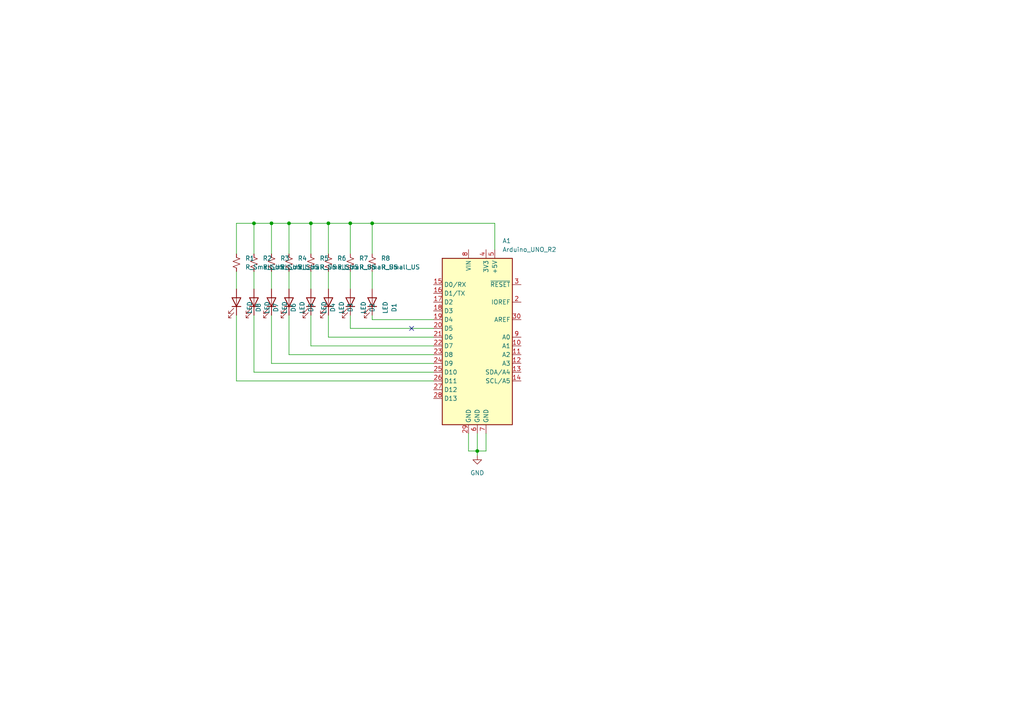
<source format=kicad_sch>
(kicad_sch (version 20230121) (generator eeschema)

  (uuid beaf1002-6c6f-4d49-9dcf-666389d9803f)

  (paper "A4")

  (title_block
    (title "ARDUINO UNO SHIELD")
    (rev "1")
  )

  (lib_symbols
    (symbol "Device:LED" (pin_numbers hide) (pin_names (offset 1.016) hide) (in_bom yes) (on_board yes)
      (property "Reference" "D" (at 0 2.54 0)
        (effects (font (size 1.27 1.27)))
      )
      (property "Value" "LED" (at 0 -2.54 0)
        (effects (font (size 1.27 1.27)))
      )
      (property "Footprint" "" (at 0 0 0)
        (effects (font (size 1.27 1.27)) hide)
      )
      (property "Datasheet" "~" (at 0 0 0)
        (effects (font (size 1.27 1.27)) hide)
      )
      (property "ki_keywords" "LED diode" (at 0 0 0)
        (effects (font (size 1.27 1.27)) hide)
      )
      (property "ki_description" "Light emitting diode" (at 0 0 0)
        (effects (font (size 1.27 1.27)) hide)
      )
      (property "ki_fp_filters" "LED* LED_SMD:* LED_THT:*" (at 0 0 0)
        (effects (font (size 1.27 1.27)) hide)
      )
      (symbol "LED_0_1"
        (polyline
          (pts
            (xy -1.27 -1.27)
            (xy -1.27 1.27)
          )
          (stroke (width 0.254) (type default))
          (fill (type none))
        )
        (polyline
          (pts
            (xy -1.27 0)
            (xy 1.27 0)
          )
          (stroke (width 0) (type default))
          (fill (type none))
        )
        (polyline
          (pts
            (xy 1.27 -1.27)
            (xy 1.27 1.27)
            (xy -1.27 0)
            (xy 1.27 -1.27)
          )
          (stroke (width 0.254) (type default))
          (fill (type none))
        )
        (polyline
          (pts
            (xy -3.048 -0.762)
            (xy -4.572 -2.286)
            (xy -3.81 -2.286)
            (xy -4.572 -2.286)
            (xy -4.572 -1.524)
          )
          (stroke (width 0) (type default))
          (fill (type none))
        )
        (polyline
          (pts
            (xy -1.778 -0.762)
            (xy -3.302 -2.286)
            (xy -2.54 -2.286)
            (xy -3.302 -2.286)
            (xy -3.302 -1.524)
          )
          (stroke (width 0) (type default))
          (fill (type none))
        )
      )
      (symbol "LED_1_1"
        (pin passive line (at -3.81 0 0) (length 2.54)
          (name "K" (effects (font (size 1.27 1.27))))
          (number "1" (effects (font (size 1.27 1.27))))
        )
        (pin passive line (at 3.81 0 180) (length 2.54)
          (name "A" (effects (font (size 1.27 1.27))))
          (number "2" (effects (font (size 1.27 1.27))))
        )
      )
    )
    (symbol "Device:R_Small_US" (pin_numbers hide) (pin_names (offset 0.254) hide) (in_bom yes) (on_board yes)
      (property "Reference" "R" (at 0.762 0.508 0)
        (effects (font (size 1.27 1.27)) (justify left))
      )
      (property "Value" "R_Small_US" (at 0.762 -1.016 0)
        (effects (font (size 1.27 1.27)) (justify left))
      )
      (property "Footprint" "" (at 0 0 0)
        (effects (font (size 1.27 1.27)) hide)
      )
      (property "Datasheet" "~" (at 0 0 0)
        (effects (font (size 1.27 1.27)) hide)
      )
      (property "ki_keywords" "r resistor" (at 0 0 0)
        (effects (font (size 1.27 1.27)) hide)
      )
      (property "ki_description" "Resistor, small US symbol" (at 0 0 0)
        (effects (font (size 1.27 1.27)) hide)
      )
      (property "ki_fp_filters" "R_*" (at 0 0 0)
        (effects (font (size 1.27 1.27)) hide)
      )
      (symbol "R_Small_US_1_1"
        (polyline
          (pts
            (xy 0 0)
            (xy 1.016 -0.381)
            (xy 0 -0.762)
            (xy -1.016 -1.143)
            (xy 0 -1.524)
          )
          (stroke (width 0) (type default))
          (fill (type none))
        )
        (polyline
          (pts
            (xy 0 1.524)
            (xy 1.016 1.143)
            (xy 0 0.762)
            (xy -1.016 0.381)
            (xy 0 0)
          )
          (stroke (width 0) (type default))
          (fill (type none))
        )
        (pin passive line (at 0 2.54 270) (length 1.016)
          (name "~" (effects (font (size 1.27 1.27))))
          (number "1" (effects (font (size 1.27 1.27))))
        )
        (pin passive line (at 0 -2.54 90) (length 1.016)
          (name "~" (effects (font (size 1.27 1.27))))
          (number "2" (effects (font (size 1.27 1.27))))
        )
      )
    )
    (symbol "MCU_Module:Arduino_UNO_R2" (in_bom yes) (on_board yes)
      (property "Reference" "A" (at -10.16 23.495 0)
        (effects (font (size 1.27 1.27)) (justify left bottom))
      )
      (property "Value" "Arduino_UNO_R2" (at 5.08 -26.67 0)
        (effects (font (size 1.27 1.27)) (justify left top))
      )
      (property "Footprint" "Module:Arduino_UNO_R2" (at 0 0 0)
        (effects (font (size 1.27 1.27) italic) hide)
      )
      (property "Datasheet" "https://www.arduino.cc/en/Main/arduinoBoardUno" (at 0 0 0)
        (effects (font (size 1.27 1.27)) hide)
      )
      (property "ki_keywords" "Arduino UNO R3 Microcontroller Module Atmel AVR USB" (at 0 0 0)
        (effects (font (size 1.27 1.27)) hide)
      )
      (property "ki_description" "Arduino UNO Microcontroller Module, release 2" (at 0 0 0)
        (effects (font (size 1.27 1.27)) hide)
      )
      (property "ki_fp_filters" "Arduino*UNO*R2*" (at 0 0 0)
        (effects (font (size 1.27 1.27)) hide)
      )
      (symbol "Arduino_UNO_R2_0_1"
        (rectangle (start -10.16 22.86) (end 10.16 -25.4)
          (stroke (width 0.254) (type default))
          (fill (type background))
        )
      )
      (symbol "Arduino_UNO_R2_1_1"
        (pin no_connect line (at -10.16 -20.32 0) (length 2.54) hide
          (name "NC" (effects (font (size 1.27 1.27))))
          (number "1" (effects (font (size 1.27 1.27))))
        )
        (pin bidirectional line (at 12.7 -2.54 180) (length 2.54)
          (name "A1" (effects (font (size 1.27 1.27))))
          (number "10" (effects (font (size 1.27 1.27))))
        )
        (pin bidirectional line (at 12.7 -5.08 180) (length 2.54)
          (name "A2" (effects (font (size 1.27 1.27))))
          (number "11" (effects (font (size 1.27 1.27))))
        )
        (pin bidirectional line (at 12.7 -7.62 180) (length 2.54)
          (name "A3" (effects (font (size 1.27 1.27))))
          (number "12" (effects (font (size 1.27 1.27))))
        )
        (pin bidirectional line (at 12.7 -10.16 180) (length 2.54)
          (name "SDA/A4" (effects (font (size 1.27 1.27))))
          (number "13" (effects (font (size 1.27 1.27))))
        )
        (pin bidirectional line (at 12.7 -12.7 180) (length 2.54)
          (name "SCL/A5" (effects (font (size 1.27 1.27))))
          (number "14" (effects (font (size 1.27 1.27))))
        )
        (pin bidirectional line (at -12.7 15.24 0) (length 2.54)
          (name "D0/RX" (effects (font (size 1.27 1.27))))
          (number "15" (effects (font (size 1.27 1.27))))
        )
        (pin bidirectional line (at -12.7 12.7 0) (length 2.54)
          (name "D1/TX" (effects (font (size 1.27 1.27))))
          (number "16" (effects (font (size 1.27 1.27))))
        )
        (pin bidirectional line (at -12.7 10.16 0) (length 2.54)
          (name "D2" (effects (font (size 1.27 1.27))))
          (number "17" (effects (font (size 1.27 1.27))))
        )
        (pin bidirectional line (at -12.7 7.62 0) (length 2.54)
          (name "D3" (effects (font (size 1.27 1.27))))
          (number "18" (effects (font (size 1.27 1.27))))
        )
        (pin bidirectional line (at -12.7 5.08 0) (length 2.54)
          (name "D4" (effects (font (size 1.27 1.27))))
          (number "19" (effects (font (size 1.27 1.27))))
        )
        (pin output line (at 12.7 10.16 180) (length 2.54)
          (name "IOREF" (effects (font (size 1.27 1.27))))
          (number "2" (effects (font (size 1.27 1.27))))
        )
        (pin bidirectional line (at -12.7 2.54 0) (length 2.54)
          (name "D5" (effects (font (size 1.27 1.27))))
          (number "20" (effects (font (size 1.27 1.27))))
        )
        (pin bidirectional line (at -12.7 0 0) (length 2.54)
          (name "D6" (effects (font (size 1.27 1.27))))
          (number "21" (effects (font (size 1.27 1.27))))
        )
        (pin bidirectional line (at -12.7 -2.54 0) (length 2.54)
          (name "D7" (effects (font (size 1.27 1.27))))
          (number "22" (effects (font (size 1.27 1.27))))
        )
        (pin bidirectional line (at -12.7 -5.08 0) (length 2.54)
          (name "D8" (effects (font (size 1.27 1.27))))
          (number "23" (effects (font (size 1.27 1.27))))
        )
        (pin bidirectional line (at -12.7 -7.62 0) (length 2.54)
          (name "D9" (effects (font (size 1.27 1.27))))
          (number "24" (effects (font (size 1.27 1.27))))
        )
        (pin bidirectional line (at -12.7 -10.16 0) (length 2.54)
          (name "D10" (effects (font (size 1.27 1.27))))
          (number "25" (effects (font (size 1.27 1.27))))
        )
        (pin bidirectional line (at -12.7 -12.7 0) (length 2.54)
          (name "D11" (effects (font (size 1.27 1.27))))
          (number "26" (effects (font (size 1.27 1.27))))
        )
        (pin bidirectional line (at -12.7 -15.24 0) (length 2.54)
          (name "D12" (effects (font (size 1.27 1.27))))
          (number "27" (effects (font (size 1.27 1.27))))
        )
        (pin bidirectional line (at -12.7 -17.78 0) (length 2.54)
          (name "D13" (effects (font (size 1.27 1.27))))
          (number "28" (effects (font (size 1.27 1.27))))
        )
        (pin power_in line (at -2.54 -27.94 90) (length 2.54)
          (name "GND" (effects (font (size 1.27 1.27))))
          (number "29" (effects (font (size 1.27 1.27))))
        )
        (pin input line (at 12.7 15.24 180) (length 2.54)
          (name "~{RESET}" (effects (font (size 1.27 1.27))))
          (number "3" (effects (font (size 1.27 1.27))))
        )
        (pin input line (at 12.7 5.08 180) (length 2.54)
          (name "AREF" (effects (font (size 1.27 1.27))))
          (number "30" (effects (font (size 1.27 1.27))))
        )
        (pin power_out line (at 2.54 25.4 270) (length 2.54)
          (name "3V3" (effects (font (size 1.27 1.27))))
          (number "4" (effects (font (size 1.27 1.27))))
        )
        (pin power_out line (at 5.08 25.4 270) (length 2.54)
          (name "+5V" (effects (font (size 1.27 1.27))))
          (number "5" (effects (font (size 1.27 1.27))))
        )
        (pin power_in line (at 0 -27.94 90) (length 2.54)
          (name "GND" (effects (font (size 1.27 1.27))))
          (number "6" (effects (font (size 1.27 1.27))))
        )
        (pin power_in line (at 2.54 -27.94 90) (length 2.54)
          (name "GND" (effects (font (size 1.27 1.27))))
          (number "7" (effects (font (size 1.27 1.27))))
        )
        (pin power_in line (at -2.54 25.4 270) (length 2.54)
          (name "VIN" (effects (font (size 1.27 1.27))))
          (number "8" (effects (font (size 1.27 1.27))))
        )
        (pin bidirectional line (at 12.7 0 180) (length 2.54)
          (name "A0" (effects (font (size 1.27 1.27))))
          (number "9" (effects (font (size 1.27 1.27))))
        )
      )
    )
    (symbol "power:GND" (power) (pin_names (offset 0)) (in_bom yes) (on_board yes)
      (property "Reference" "#PWR" (at 0 -6.35 0)
        (effects (font (size 1.27 1.27)) hide)
      )
      (property "Value" "GND" (at 0 -3.81 0)
        (effects (font (size 1.27 1.27)))
      )
      (property "Footprint" "" (at 0 0 0)
        (effects (font (size 1.27 1.27)) hide)
      )
      (property "Datasheet" "" (at 0 0 0)
        (effects (font (size 1.27 1.27)) hide)
      )
      (property "ki_keywords" "global power" (at 0 0 0)
        (effects (font (size 1.27 1.27)) hide)
      )
      (property "ki_description" "Power symbol creates a global label with name \"GND\" , ground" (at 0 0 0)
        (effects (font (size 1.27 1.27)) hide)
      )
      (symbol "GND_0_1"
        (polyline
          (pts
            (xy 0 0)
            (xy 0 -1.27)
            (xy 1.27 -1.27)
            (xy 0 -2.54)
            (xy -1.27 -1.27)
            (xy 0 -1.27)
          )
          (stroke (width 0) (type default))
          (fill (type none))
        )
      )
      (symbol "GND_1_1"
        (pin power_in line (at 0 0 270) (length 0) hide
          (name "GND" (effects (font (size 1.27 1.27))))
          (number "1" (effects (font (size 1.27 1.27))))
        )
      )
    )
  )

  (junction (at 83.82 64.77) (diameter 0) (color 0 0 0 0)
    (uuid 6c4a18e8-e998-444a-b425-5572d6898829)
  )
  (junction (at 95.25 64.77) (diameter 0) (color 0 0 0 0)
    (uuid 83331e51-eb3d-46c3-ab7c-edfe46891b55)
  )
  (junction (at 78.74 64.77) (diameter 0) (color 0 0 0 0)
    (uuid ae94f5e2-b002-49cc-ae62-ac8eabb3aa63)
  )
  (junction (at 90.17 64.77) (diameter 0) (color 0 0 0 0)
    (uuid af9db7b9-ef85-41cb-a325-2ebbf31bb524)
  )
  (junction (at 101.6 64.77) (diameter 0) (color 0 0 0 0)
    (uuid b76e2afb-2ff4-43db-b976-73035f7ef911)
  )
  (junction (at 107.95 64.77) (diameter 0) (color 0 0 0 0)
    (uuid cbd15908-5712-4224-991f-c71ef9396d39)
  )
  (junction (at 73.66 64.77) (diameter 0) (color 0 0 0 0)
    (uuid d9c1e27c-32c1-4f33-b477-8c1c4a81d1f8)
  )
  (junction (at 138.43 130.81) (diameter 0) (color 0 0 0 0)
    (uuid e65926ea-77de-44a3-b915-861ca1de1361)
  )

  (no_connect (at 119.38 95.25) (uuid 6b50a2b0-e625-41ba-9327-0d044500f402))

  (wire (pts (xy 73.66 83.82) (xy 73.66 78.74))
    (stroke (width 0) (type default))
    (uuid 06f053dd-2499-41bb-8bbe-24dee5d4a6c9)
  )
  (wire (pts (xy 73.66 107.95) (xy 125.73 107.95))
    (stroke (width 0) (type default))
    (uuid 06f9a213-4661-425d-897c-a31d66d7184b)
  )
  (wire (pts (xy 138.43 130.81) (xy 138.43 132.08))
    (stroke (width 0) (type default))
    (uuid 0e139cc2-9f6b-4de8-a4ba-abf6eb7f8173)
  )
  (wire (pts (xy 107.95 64.77) (xy 107.95 73.66))
    (stroke (width 0) (type default))
    (uuid 0f12f251-975a-4df0-8767-12ace5828589)
  )
  (wire (pts (xy 78.74 64.77) (xy 78.74 73.66))
    (stroke (width 0) (type default))
    (uuid 113901bc-082c-416b-81dd-545f008bfbee)
  )
  (wire (pts (xy 101.6 64.77) (xy 107.95 64.77))
    (stroke (width 0) (type default))
    (uuid 14668df3-1bac-4b2b-92ba-bbad403f6abf)
  )
  (wire (pts (xy 107.95 64.77) (xy 143.51 64.77))
    (stroke (width 0) (type default))
    (uuid 1ee17d45-d94c-4c02-bea9-495b5b11a433)
  )
  (wire (pts (xy 138.43 125.73) (xy 138.43 130.81))
    (stroke (width 0) (type default))
    (uuid 21478693-a2ca-472b-8cb6-b7c4db49a67d)
  )
  (wire (pts (xy 107.95 92.71) (xy 125.73 92.71))
    (stroke (width 0) (type default))
    (uuid 29dcd944-63cd-4918-ac4e-6bb68250e0a6)
  )
  (wire (pts (xy 78.74 105.41) (xy 125.73 105.41))
    (stroke (width 0) (type default))
    (uuid 2a5a1a8f-2f2d-4d0e-8845-69eac8b8e472)
  )
  (wire (pts (xy 68.58 64.77) (xy 68.58 73.66))
    (stroke (width 0) (type default))
    (uuid 2c01e07a-95f7-4733-9163-0a68363e53f1)
  )
  (wire (pts (xy 90.17 78.74) (xy 90.17 83.82))
    (stroke (width 0) (type default))
    (uuid 2f7103a1-41dd-4b30-89ea-cacf594b8bc3)
  )
  (wire (pts (xy 95.25 64.77) (xy 101.6 64.77))
    (stroke (width 0) (type default))
    (uuid 2fa08667-65e0-4534-8afd-2cecbf1c1764)
  )
  (wire (pts (xy 73.66 91.44) (xy 73.66 107.95))
    (stroke (width 0) (type default))
    (uuid 37d59cb8-3333-4cb2-94f5-1bd8d8033ccb)
  )
  (wire (pts (xy 140.97 130.81) (xy 138.43 130.81))
    (stroke (width 0) (type default))
    (uuid 3bfda5cb-466d-49bd-9eea-134eb567b6a4)
  )
  (wire (pts (xy 95.25 78.74) (xy 95.25 83.82))
    (stroke (width 0) (type default))
    (uuid 3c1b91e9-d9ca-468f-bdab-66e78412aa59)
  )
  (wire (pts (xy 107.95 78.74) (xy 107.95 83.82))
    (stroke (width 0) (type default))
    (uuid 4471eab7-1f0e-4172-8724-6969088c691c)
  )
  (wire (pts (xy 143.51 64.77) (xy 143.51 72.39))
    (stroke (width 0) (type default))
    (uuid 52e2ace5-58a6-4ed4-a489-80a6c4084d3f)
  )
  (wire (pts (xy 68.58 91.44) (xy 68.58 110.49))
    (stroke (width 0) (type default))
    (uuid 57d24561-8de6-4e21-8ef0-b8fecaf446e5)
  )
  (wire (pts (xy 101.6 78.74) (xy 101.6 83.82))
    (stroke (width 0) (type default))
    (uuid 589f7042-8782-452f-853c-30e2e9adbc60)
  )
  (wire (pts (xy 90.17 64.77) (xy 95.25 64.77))
    (stroke (width 0) (type default))
    (uuid 59043cb6-8f86-45f9-bcdc-5a85f78660b0)
  )
  (wire (pts (xy 107.95 91.44) (xy 107.95 92.71))
    (stroke (width 0) (type default))
    (uuid 5d0f5838-7974-4330-9391-e47dfe2b441a)
  )
  (wire (pts (xy 68.58 64.77) (xy 73.66 64.77))
    (stroke (width 0) (type default))
    (uuid 603d5919-b8e0-4e2e-b0d2-857addab64c8)
  )
  (wire (pts (xy 135.89 125.73) (xy 135.89 130.81))
    (stroke (width 0) (type default))
    (uuid 6471891e-f330-4a3e-8ea1-c365138802e0)
  )
  (wire (pts (xy 83.82 102.87) (xy 125.73 102.87))
    (stroke (width 0) (type default))
    (uuid 68bcd579-6b7f-424b-b3da-ec2949f27dea)
  )
  (wire (pts (xy 101.6 91.44) (xy 101.6 95.25))
    (stroke (width 0) (type default))
    (uuid 6b15264b-c326-47bd-83a1-f7eabd92a57d)
  )
  (wire (pts (xy 68.58 78.74) (xy 68.58 83.82))
    (stroke (width 0) (type default))
    (uuid 6d07fac4-c207-4ff7-9092-2a514d8006e0)
  )
  (wire (pts (xy 73.66 73.66) (xy 73.66 64.77))
    (stroke (width 0) (type default))
    (uuid 723f68b6-0a54-4f7d-8ba3-081ce37549f0)
  )
  (wire (pts (xy 95.25 64.77) (xy 95.25 73.66))
    (stroke (width 0) (type default))
    (uuid 78ba8a7c-c9cf-4ac8-85b6-093c100614e9)
  )
  (wire (pts (xy 140.97 125.73) (xy 140.97 130.81))
    (stroke (width 0) (type default))
    (uuid 7c76300e-074b-4f63-911e-80a248dc8d3a)
  )
  (wire (pts (xy 135.89 130.81) (xy 138.43 130.81))
    (stroke (width 0) (type default))
    (uuid 8fd99be9-b118-4f27-957a-841f4a646f91)
  )
  (wire (pts (xy 101.6 64.77) (xy 101.6 73.66))
    (stroke (width 0) (type default))
    (uuid 98fa1415-7d81-4d3b-af37-ea47b5b8f1a4)
  )
  (wire (pts (xy 95.25 97.79) (xy 125.73 97.79))
    (stroke (width 0) (type default))
    (uuid 99f35a3a-71a4-4bb3-91be-fa3dbc8aed21)
  )
  (wire (pts (xy 83.82 64.77) (xy 90.17 64.77))
    (stroke (width 0) (type default))
    (uuid a430383b-55d7-478c-805d-41e2ce56ef3e)
  )
  (wire (pts (xy 90.17 91.44) (xy 90.17 100.33))
    (stroke (width 0) (type default))
    (uuid ad407876-0206-4c41-b6b6-eb49c7b9fd1c)
  )
  (wire (pts (xy 78.74 78.74) (xy 78.74 83.82))
    (stroke (width 0) (type default))
    (uuid b30471a0-016b-480f-adc9-56558f532e52)
  )
  (wire (pts (xy 90.17 64.77) (xy 90.17 73.66))
    (stroke (width 0) (type default))
    (uuid b7c9177f-c3e7-4ac1-9be7-4a0a5fcdadff)
  )
  (wire (pts (xy 95.25 91.44) (xy 95.25 97.79))
    (stroke (width 0) (type default))
    (uuid c226bbb7-00ea-4d64-8c52-4ddb7b606f93)
  )
  (wire (pts (xy 90.17 100.33) (xy 125.73 100.33))
    (stroke (width 0) (type default))
    (uuid c363b43e-7744-475d-bdd5-41675baed570)
  )
  (wire (pts (xy 78.74 91.44) (xy 78.74 105.41))
    (stroke (width 0) (type default))
    (uuid c36b0227-c703-4054-ae2c-4dea43b6a74f)
  )
  (wire (pts (xy 83.82 64.77) (xy 83.82 73.66))
    (stroke (width 0) (type default))
    (uuid cb977d2c-2085-4f58-9ef5-24072e10cb6a)
  )
  (wire (pts (xy 73.66 64.77) (xy 78.74 64.77))
    (stroke (width 0) (type default))
    (uuid d09ad198-9d55-462f-b106-a051f31479ea)
  )
  (wire (pts (xy 101.6 95.25) (xy 125.73 95.25))
    (stroke (width 0) (type default))
    (uuid e1afc638-e078-4db0-b216-785ee9d1ef10)
  )
  (wire (pts (xy 83.82 91.44) (xy 83.82 102.87))
    (stroke (width 0) (type default))
    (uuid e2d529c6-78f8-4fb6-8cbb-62a6cfd3e7a4)
  )
  (wire (pts (xy 83.82 78.74) (xy 83.82 83.82))
    (stroke (width 0) (type default))
    (uuid e3ad6104-abea-480c-a30b-17006cd32d47)
  )
  (wire (pts (xy 68.58 110.49) (xy 125.73 110.49))
    (stroke (width 0) (type default))
    (uuid ebe795c8-a516-482a-8bbf-ab285f2ff3df)
  )
  (wire (pts (xy 78.74 64.77) (xy 83.82 64.77))
    (stroke (width 0) (type default))
    (uuid efb084b9-7be8-4d26-9963-1f9251ec65ff)
  )

  (symbol (lib_id "Device:LED") (at 83.82 87.63 270) (mirror x) (unit 1)
    (in_bom yes) (on_board yes) (dnp no) (fields_autoplaced)
    (uuid 00a0ab2c-5368-4e92-8666-e24da283e0ed)
    (property "Reference" "D5" (at 90.17 89.2175 0)
      (effects (font (size 1.27 1.27)))
    )
    (property "Value" "LED" (at 87.63 89.2175 0)
      (effects (font (size 1.27 1.27)))
    )
    (property "Footprint" "LED_SMD:LED_0805_2012Metric" (at 83.82 87.63 0)
      (effects (font (size 1.27 1.27)) hide)
    )
    (property "Datasheet" "~" (at 83.82 87.63 0)
      (effects (font (size 1.27 1.27)) hide)
    )
    (pin "1" (uuid de437219-ced5-4e61-a29c-a68f162916df))
    (pin "2" (uuid 95950c77-3ca1-40eb-a763-286913f845cc))
    (instances
      (project "kicadtesting"
        (path "/beaf1002-6c6f-4d49-9dcf-666389d9803f"
          (reference "D5") (unit 1)
        )
      )
    )
  )

  (symbol (lib_id "Device:R_Small_US") (at 68.58 76.2 0) (unit 1)
    (in_bom yes) (on_board yes) (dnp no) (fields_autoplaced)
    (uuid 099e3467-d5f7-4a3f-8520-9bdcd5bd1ae7)
    (property "Reference" "R1" (at 71.12 74.93 0)
      (effects (font (size 1.27 1.27)) (justify left))
    )
    (property "Value" "R_Small_US" (at 71.12 77.47 0)
      (effects (font (size 1.27 1.27)) (justify left))
    )
    (property "Footprint" "Resistor_SMD:R_0603_1608Metric" (at 68.58 76.2 0)
      (effects (font (size 1.27 1.27)) hide)
    )
    (property "Datasheet" "~" (at 68.58 76.2 0)
      (effects (font (size 1.27 1.27)) hide)
    )
    (pin "1" (uuid 5461e4c4-93df-4839-bacf-7aa054d6277f))
    (pin "2" (uuid 4cd9673f-4d43-4940-80dd-2cebe1e36d1e))
    (instances
      (project "kicadtesting"
        (path "/beaf1002-6c6f-4d49-9dcf-666389d9803f"
          (reference "R1") (unit 1)
        )
      )
    )
  )

  (symbol (lib_id "Device:LED") (at 68.58 87.63 270) (mirror x) (unit 1)
    (in_bom yes) (on_board yes) (dnp no) (fields_autoplaced)
    (uuid 2bb01e04-dca0-4164-86a0-9f712ebe88e8)
    (property "Reference" "D8" (at 74.93 89.2175 0)
      (effects (font (size 1.27 1.27)))
    )
    (property "Value" "LED" (at 72.39 89.2175 0)
      (effects (font (size 1.27 1.27)))
    )
    (property "Footprint" "LED_SMD:LED_0805_2012Metric" (at 68.58 87.63 0)
      (effects (font (size 1.27 1.27)) hide)
    )
    (property "Datasheet" "~" (at 68.58 87.63 0)
      (effects (font (size 1.27 1.27)) hide)
    )
    (pin "1" (uuid de437219-ced5-4e61-a29c-a68f162916df))
    (pin "2" (uuid 95950c77-3ca1-40eb-a763-286913f845cc))
    (instances
      (project "kicadtesting"
        (path "/beaf1002-6c6f-4d49-9dcf-666389d9803f"
          (reference "D8") (unit 1)
        )
      )
    )
  )

  (symbol (lib_id "Device:R_Small_US") (at 78.74 76.2 0) (unit 1)
    (in_bom yes) (on_board yes) (dnp no) (fields_autoplaced)
    (uuid 2be0708e-6deb-48af-8934-321d254863fb)
    (property "Reference" "R3" (at 81.28 74.93 0)
      (effects (font (size 1.27 1.27)) (justify left))
    )
    (property "Value" "R_Small_US" (at 81.28 77.47 0)
      (effects (font (size 1.27 1.27)) (justify left))
    )
    (property "Footprint" "Resistor_SMD:R_0603_1608Metric" (at 78.74 76.2 0)
      (effects (font (size 1.27 1.27)) hide)
    )
    (property "Datasheet" "~" (at 78.74 76.2 0)
      (effects (font (size 1.27 1.27)) hide)
    )
    (pin "1" (uuid 5461e4c4-93df-4839-bacf-7aa054d6277f))
    (pin "2" (uuid 4cd9673f-4d43-4940-80dd-2cebe1e36d1e))
    (instances
      (project "kicadtesting"
        (path "/beaf1002-6c6f-4d49-9dcf-666389d9803f"
          (reference "R3") (unit 1)
        )
      )
    )
  )

  (symbol (lib_id "Device:R_Small_US") (at 90.17 76.2 0) (unit 1)
    (in_bom yes) (on_board yes) (dnp no) (fields_autoplaced)
    (uuid 31822a8b-6abc-4e6b-8cf2-9278c7534658)
    (property "Reference" "R5" (at 92.71 74.93 0)
      (effects (font (size 1.27 1.27)) (justify left))
    )
    (property "Value" "R_Small_US" (at 92.71 77.47 0)
      (effects (font (size 1.27 1.27)) (justify left))
    )
    (property "Footprint" "Resistor_SMD:R_0603_1608Metric" (at 90.17 76.2 0)
      (effects (font (size 1.27 1.27)) hide)
    )
    (property "Datasheet" "~" (at 90.17 76.2 0)
      (effects (font (size 1.27 1.27)) hide)
    )
    (pin "1" (uuid 5461e4c4-93df-4839-bacf-7aa054d6277f))
    (pin "2" (uuid 4cd9673f-4d43-4940-80dd-2cebe1e36d1e))
    (instances
      (project "kicadtesting"
        (path "/beaf1002-6c6f-4d49-9dcf-666389d9803f"
          (reference "R5") (unit 1)
        )
      )
    )
  )

  (symbol (lib_id "Device:LED") (at 78.74 87.63 270) (mirror x) (unit 1)
    (in_bom yes) (on_board yes) (dnp no) (fields_autoplaced)
    (uuid 3d7bbb14-1900-46b2-a7eb-3c0bd24f9a8a)
    (property "Reference" "D6" (at 85.09 89.2175 0)
      (effects (font (size 1.27 1.27)))
    )
    (property "Value" "LED" (at 82.55 89.2175 0)
      (effects (font (size 1.27 1.27)))
    )
    (property "Footprint" "LED_SMD:LED_0805_2012Metric" (at 78.74 87.63 0)
      (effects (font (size 1.27 1.27)) hide)
    )
    (property "Datasheet" "~" (at 78.74 87.63 0)
      (effects (font (size 1.27 1.27)) hide)
    )
    (pin "1" (uuid de437219-ced5-4e61-a29c-a68f162916df))
    (pin "2" (uuid 95950c77-3ca1-40eb-a763-286913f845cc))
    (instances
      (project "kicadtesting"
        (path "/beaf1002-6c6f-4d49-9dcf-666389d9803f"
          (reference "D6") (unit 1)
        )
      )
    )
  )

  (symbol (lib_id "Device:R_Small_US") (at 83.82 76.2 0) (unit 1)
    (in_bom yes) (on_board yes) (dnp no) (fields_autoplaced)
    (uuid 47bd603d-9fa3-4c62-9be3-4d2456f4a06d)
    (property "Reference" "R4" (at 86.36 74.93 0)
      (effects (font (size 1.27 1.27)) (justify left))
    )
    (property "Value" "R_Small_US" (at 86.36 77.47 0)
      (effects (font (size 1.27 1.27)) (justify left))
    )
    (property "Footprint" "Resistor_SMD:R_0603_1608Metric" (at 83.82 76.2 0)
      (effects (font (size 1.27 1.27)) hide)
    )
    (property "Datasheet" "~" (at 83.82 76.2 0)
      (effects (font (size 1.27 1.27)) hide)
    )
    (pin "1" (uuid 5461e4c4-93df-4839-bacf-7aa054d6277f))
    (pin "2" (uuid 4cd9673f-4d43-4940-80dd-2cebe1e36d1e))
    (instances
      (project "kicadtesting"
        (path "/beaf1002-6c6f-4d49-9dcf-666389d9803f"
          (reference "R4") (unit 1)
        )
      )
    )
  )

  (symbol (lib_id "Device:LED") (at 95.25 87.63 270) (mirror x) (unit 1)
    (in_bom yes) (on_board yes) (dnp no) (fields_autoplaced)
    (uuid 4bb082f4-c993-4195-b613-0dd70cece553)
    (property "Reference" "D3" (at 101.6 89.2175 0)
      (effects (font (size 1.27 1.27)))
    )
    (property "Value" "LED" (at 99.06 89.2175 0)
      (effects (font (size 1.27 1.27)))
    )
    (property "Footprint" "LED_SMD:LED_0805_2012Metric" (at 95.25 87.63 0)
      (effects (font (size 1.27 1.27)) hide)
    )
    (property "Datasheet" "~" (at 95.25 87.63 0)
      (effects (font (size 1.27 1.27)) hide)
    )
    (pin "1" (uuid de437219-ced5-4e61-a29c-a68f162916df))
    (pin "2" (uuid 95950c77-3ca1-40eb-a763-286913f845cc))
    (instances
      (project "kicadtesting"
        (path "/beaf1002-6c6f-4d49-9dcf-666389d9803f"
          (reference "D3") (unit 1)
        )
      )
    )
  )

  (symbol (lib_id "Device:LED") (at 101.6 87.63 270) (mirror x) (unit 1)
    (in_bom yes) (on_board yes) (dnp no) (fields_autoplaced)
    (uuid 50065abe-3dda-468b-b8bb-067a4881b5ed)
    (property "Reference" "D2" (at 107.95 89.2175 0)
      (effects (font (size 1.27 1.27)))
    )
    (property "Value" "LED" (at 105.41 89.2175 0)
      (effects (font (size 1.27 1.27)))
    )
    (property "Footprint" "LED_SMD:LED_0805_2012Metric" (at 101.6 87.63 0)
      (effects (font (size 1.27 1.27)) hide)
    )
    (property "Datasheet" "~" (at 101.6 87.63 0)
      (effects (font (size 1.27 1.27)) hide)
    )
    (pin "1" (uuid fc91714c-ff4f-46cc-8790-0401838cf7bb))
    (pin "2" (uuid c7ac90eb-3cfd-4528-aa3d-7f6db039603f))
    (instances
      (project "kicadtesting"
        (path "/beaf1002-6c6f-4d49-9dcf-666389d9803f"
          (reference "D2") (unit 1)
        )
      )
    )
  )

  (symbol (lib_id "Device:LED") (at 107.95 87.63 270) (mirror x) (unit 1)
    (in_bom yes) (on_board yes) (dnp no) (fields_autoplaced)
    (uuid 54ea5d44-1dfc-4bbe-9ff8-4bf56b9b0b52)
    (property "Reference" "D1" (at 114.3 89.2175 0)
      (effects (font (size 1.27 1.27)))
    )
    (property "Value" "LED" (at 111.76 89.2175 0)
      (effects (font (size 1.27 1.27)))
    )
    (property "Footprint" "LED_SMD:LED_0805_2012Metric" (at 107.95 87.63 0)
      (effects (font (size 1.27 1.27)) hide)
    )
    (property "Datasheet" "~" (at 107.95 87.63 0)
      (effects (font (size 1.27 1.27)) hide)
    )
    (pin "1" (uuid c867be89-36aa-407e-9634-d70e66103194))
    (pin "2" (uuid 1f0c81ea-8ffd-4aac-94a5-5851cd9421b4))
    (instances
      (project "kicadtesting"
        (path "/beaf1002-6c6f-4d49-9dcf-666389d9803f"
          (reference "D1") (unit 1)
        )
      )
    )
  )

  (symbol (lib_id "Device:LED") (at 90.17 87.63 270) (mirror x) (unit 1)
    (in_bom yes) (on_board yes) (dnp no) (fields_autoplaced)
    (uuid 752762cf-dc28-4dab-9cf7-c2389e89a811)
    (property "Reference" "D4" (at 96.52 89.2175 0)
      (effects (font (size 1.27 1.27)))
    )
    (property "Value" "LED" (at 93.98 89.2175 0)
      (effects (font (size 1.27 1.27)))
    )
    (property "Footprint" "LED_SMD:LED_0805_2012Metric" (at 90.17 87.63 0)
      (effects (font (size 1.27 1.27)) hide)
    )
    (property "Datasheet" "~" (at 90.17 87.63 0)
      (effects (font (size 1.27 1.27)) hide)
    )
    (pin "1" (uuid de437219-ced5-4e61-a29c-a68f162916df))
    (pin "2" (uuid 95950c77-3ca1-40eb-a763-286913f845cc))
    (instances
      (project "kicadtesting"
        (path "/beaf1002-6c6f-4d49-9dcf-666389d9803f"
          (reference "D4") (unit 1)
        )
      )
    )
  )

  (symbol (lib_id "MCU_Module:Arduino_UNO_R2") (at 138.43 97.79 0) (unit 1)
    (in_bom yes) (on_board yes) (dnp no) (fields_autoplaced)
    (uuid 81cd11f9-24e0-4a78-9d91-82bfd2bf250e)
    (property "Reference" "A1" (at 145.7041 69.85 0)
      (effects (font (size 1.27 1.27)) (justify left))
    )
    (property "Value" "Arduino_UNO_R2" (at 145.7041 72.39 0)
      (effects (font (size 1.27 1.27)) (justify left))
    )
    (property "Footprint" "Module:Arduino_UNO_R2" (at 138.43 97.79 0)
      (effects (font (size 1.27 1.27) italic) hide)
    )
    (property "Datasheet" "https://www.arduino.cc/en/Main/arduinoBoardUno" (at 138.43 97.79 0)
      (effects (font (size 1.27 1.27)) hide)
    )
    (pin "9" (uuid f5384791-3607-4f77-aff0-e87312f6b5f9))
    (pin "7" (uuid 7aedb277-4478-4ca3-abfa-d8cc191b5b11))
    (pin "19" (uuid c0179ed9-eb1b-4bb9-b459-c249b20879f0))
    (pin "22" (uuid 4a9f40b7-55b5-4761-b997-c613adcf6f6b))
    (pin "11" (uuid 6d616f72-f589-4f41-844d-f4ee96399ff0))
    (pin "6" (uuid 174e3380-8bd6-4597-b46b-4277a642f7d8))
    (pin "1" (uuid d60d2468-6670-4688-8359-4aa149c6e062))
    (pin "24" (uuid e79ac1d5-52e0-4c14-af8f-d7cc8303cd9d))
    (pin "26" (uuid b7a4fedd-6871-4913-b50c-0ed0ee3a0ddf))
    (pin "23" (uuid 9caba19a-2c55-48d2-9414-6aa3d8819848))
    (pin "25" (uuid d2c01c0b-39cb-4edd-894f-80c43a55b043))
    (pin "4" (uuid 655d7e28-c9db-46e3-bcae-1a85a4288b3f))
    (pin "5" (uuid e1e3479d-70d3-4307-a4f1-1d528a64e1cf))
    (pin "16" (uuid 746ed87d-b0d5-49da-b8d7-e0cdda9256d1))
    (pin "18" (uuid 4516046b-b9a4-440c-b736-fb6f93b12811))
    (pin "21" (uuid 4ac1e2a2-2d10-46ce-9716-cd987ca7e01a))
    (pin "3" (uuid a522068f-5d44-45e7-8339-a92cd079715e))
    (pin "30" (uuid 6eae586e-5fcf-4414-86cc-15bd360aea90))
    (pin "15" (uuid 2e782c36-f18b-452e-908c-c42f612ac5a1))
    (pin "8" (uuid 8d814f14-e399-48d1-be82-7908d89fb596))
    (pin "12" (uuid b0414215-f865-4bde-8b93-899eb4436fe6))
    (pin "13" (uuid 41df1cad-5238-44b5-9ecb-2aed1571c2d5))
    (pin "10" (uuid e67098ad-4818-4334-9abf-ee2fc946a754))
    (pin "2" (uuid 4122a3c9-084c-4c6a-a922-75acde5d4265))
    (pin "20" (uuid 1a56f289-d504-4431-a593-db4c2f305906))
    (pin "14" (uuid dfe3d37a-b6d2-493f-9703-49a3e8e2228c))
    (pin "17" (uuid 5f2eb0d3-ac64-400f-90a3-b1eb643cbd05))
    (pin "27" (uuid 3d3ef3e7-da5e-4dcc-b36a-7d5270dc1748))
    (pin "29" (uuid 886fac45-e109-4980-9a74-4fd4c10e6cbe))
    (pin "28" (uuid 85289034-df12-47e1-8bac-c65922650d57))
    (instances
      (project "kicadtesting"
        (path "/beaf1002-6c6f-4d49-9dcf-666389d9803f"
          (reference "A1") (unit 1)
        )
      )
    )
  )

  (symbol (lib_id "Device:R_Small_US") (at 73.66 76.2 0) (unit 1)
    (in_bom yes) (on_board yes) (dnp no) (fields_autoplaced)
    (uuid 87c68dd3-9d06-4a79-ade2-27203ec3f0ca)
    (property "Reference" "R2" (at 76.2 74.93 0)
      (effects (font (size 1.27 1.27)) (justify left))
    )
    (property "Value" "R_Small_US" (at 76.2 77.47 0)
      (effects (font (size 1.27 1.27)) (justify left))
    )
    (property "Footprint" "Resistor_SMD:R_0603_1608Metric" (at 73.66 76.2 0)
      (effects (font (size 1.27 1.27)) hide)
    )
    (property "Datasheet" "~" (at 73.66 76.2 0)
      (effects (font (size 1.27 1.27)) hide)
    )
    (pin "1" (uuid 5461e4c4-93df-4839-bacf-7aa054d6277f))
    (pin "2" (uuid 4cd9673f-4d43-4940-80dd-2cebe1e36d1e))
    (instances
      (project "kicadtesting"
        (path "/beaf1002-6c6f-4d49-9dcf-666389d9803f"
          (reference "R2") (unit 1)
        )
      )
    )
  )

  (symbol (lib_id "Device:R_Small_US") (at 95.25 76.2 0) (unit 1)
    (in_bom yes) (on_board yes) (dnp no) (fields_autoplaced)
    (uuid 91ac0ff3-152e-45ee-90ce-4abfbcdf8411)
    (property "Reference" "R6" (at 97.79 74.93 0)
      (effects (font (size 1.27 1.27)) (justify left))
    )
    (property "Value" "R_Small_US" (at 97.79 77.47 0)
      (effects (font (size 1.27 1.27)) (justify left))
    )
    (property "Footprint" "Resistor_SMD:R_0603_1608Metric" (at 95.25 76.2 0)
      (effects (font (size 1.27 1.27)) hide)
    )
    (property "Datasheet" "~" (at 95.25 76.2 0)
      (effects (font (size 1.27 1.27)) hide)
    )
    (pin "1" (uuid 5461e4c4-93df-4839-bacf-7aa054d6277f))
    (pin "2" (uuid 4cd9673f-4d43-4940-80dd-2cebe1e36d1e))
    (instances
      (project "kicadtesting"
        (path "/beaf1002-6c6f-4d49-9dcf-666389d9803f"
          (reference "R6") (unit 1)
        )
      )
    )
  )

  (symbol (lib_id "Device:R_Small_US") (at 107.95 76.2 0) (unit 1)
    (in_bom yes) (on_board yes) (dnp no) (fields_autoplaced)
    (uuid 94ae485b-6d3c-49be-8942-78d301d3d531)
    (property "Reference" "R8" (at 110.49 74.93 0)
      (effects (font (size 1.27 1.27)) (justify left))
    )
    (property "Value" "R_Small_US" (at 110.49 77.47 0)
      (effects (font (size 1.27 1.27)) (justify left))
    )
    (property "Footprint" "Resistor_SMD:R_0603_1608Metric" (at 107.95 76.2 0)
      (effects (font (size 1.27 1.27)) hide)
    )
    (property "Datasheet" "~" (at 107.95 76.2 0)
      (effects (font (size 1.27 1.27)) hide)
    )
    (pin "1" (uuid 5461e4c4-93df-4839-bacf-7aa054d6277f))
    (pin "2" (uuid 4cd9673f-4d43-4940-80dd-2cebe1e36d1e))
    (instances
      (project "kicadtesting"
        (path "/beaf1002-6c6f-4d49-9dcf-666389d9803f"
          (reference "R8") (unit 1)
        )
      )
    )
  )

  (symbol (lib_id "Device:R_Small_US") (at 101.6 76.2 0) (unit 1)
    (in_bom yes) (on_board yes) (dnp no) (fields_autoplaced)
    (uuid a436622f-ad60-476f-a0a3-9b3b16d5b7dc)
    (property "Reference" "R7" (at 104.14 74.93 0)
      (effects (font (size 1.27 1.27)) (justify left))
    )
    (property "Value" "R_Small_US" (at 104.14 77.47 0)
      (effects (font (size 1.27 1.27)) (justify left))
    )
    (property "Footprint" "Resistor_SMD:R_0603_1608Metric" (at 101.6 76.2 0)
      (effects (font (size 1.27 1.27)) hide)
    )
    (property "Datasheet" "~" (at 101.6 76.2 0)
      (effects (font (size 1.27 1.27)) hide)
    )
    (pin "1" (uuid 5461e4c4-93df-4839-bacf-7aa054d6277f))
    (pin "2" (uuid 4cd9673f-4d43-4940-80dd-2cebe1e36d1e))
    (instances
      (project "kicadtesting"
        (path "/beaf1002-6c6f-4d49-9dcf-666389d9803f"
          (reference "R7") (unit 1)
        )
      )
    )
  )

  (symbol (lib_id "Device:LED") (at 73.66 87.63 270) (mirror x) (unit 1)
    (in_bom yes) (on_board yes) (dnp no) (fields_autoplaced)
    (uuid b7fdb3e2-3b68-411a-bdf3-0fdf8faf34fb)
    (property "Reference" "D7" (at 80.01 89.2175 0)
      (effects (font (size 1.27 1.27)))
    )
    (property "Value" "LED" (at 77.47 89.2175 0)
      (effects (font (size 1.27 1.27)))
    )
    (property "Footprint" "LED_SMD:LED_0805_2012Metric" (at 73.66 87.63 0)
      (effects (font (size 1.27 1.27)) hide)
    )
    (property "Datasheet" "~" (at 73.66 87.63 0)
      (effects (font (size 1.27 1.27)) hide)
    )
    (pin "1" (uuid de437219-ced5-4e61-a29c-a68f162916df))
    (pin "2" (uuid 95950c77-3ca1-40eb-a763-286913f845cc))
    (instances
      (project "kicadtesting"
        (path "/beaf1002-6c6f-4d49-9dcf-666389d9803f"
          (reference "D7") (unit 1)
        )
      )
    )
  )

  (symbol (lib_id "power:GND") (at 138.43 132.08 0) (unit 1)
    (in_bom yes) (on_board yes) (dnp no) (fields_autoplaced)
    (uuid de2dee6f-5463-4db0-81ad-20df87cce8d9)
    (property "Reference" "#PWR01" (at 138.43 138.43 0)
      (effects (font (size 1.27 1.27)) hide)
    )
    (property "Value" "GND" (at 138.43 137.16 0)
      (effects (font (size 1.27 1.27)))
    )
    (property "Footprint" "" (at 138.43 132.08 0)
      (effects (font (size 1.27 1.27)) hide)
    )
    (property "Datasheet" "" (at 138.43 132.08 0)
      (effects (font (size 1.27 1.27)) hide)
    )
    (pin "1" (uuid 9dc1cef3-8144-4d4f-8c1e-512eb40a98c5))
    (instances
      (project "kicadtesting"
        (path "/beaf1002-6c6f-4d49-9dcf-666389d9803f"
          (reference "#PWR01") (unit 1)
        )
      )
    )
  )

  (sheet_instances
    (path "/" (page "1"))
  )
)

</source>
